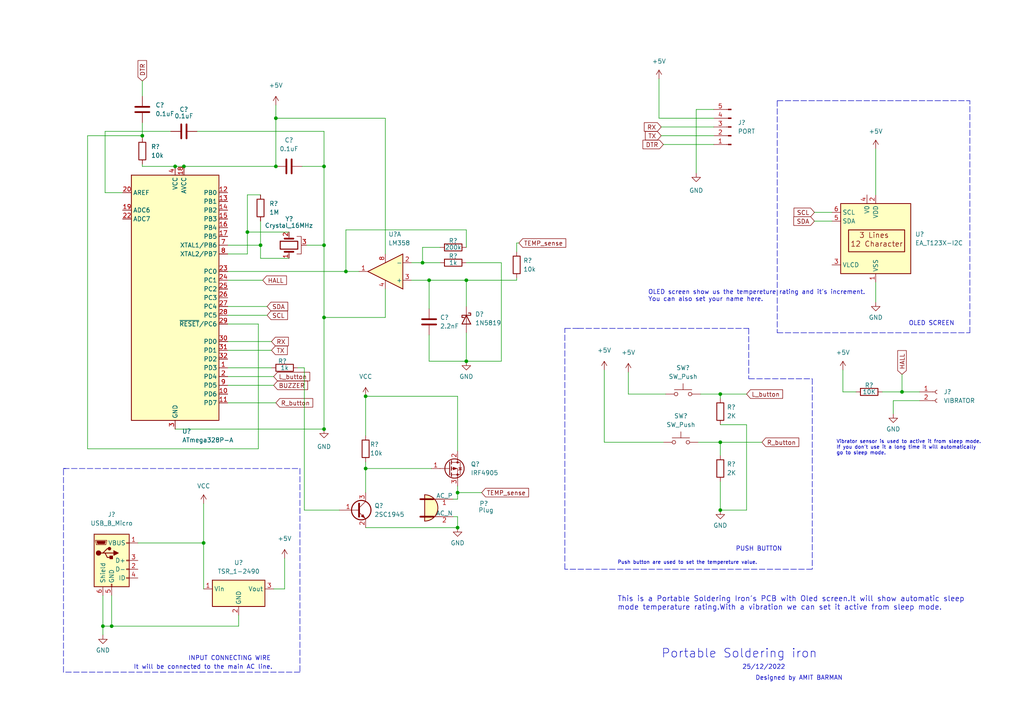
<source format=kicad_sch>
(kicad_sch (version 20211123) (generator eeschema)
  (paper "A4")
  (lib_symbols
    (symbol "Conn_01x05_Male_1" (pin_names (offset 1.016) hide)
      (property "Reference" "J?" (at 1.27 1.2701 0))
      (property "Value" "Conn_01x05_Male_1" (at 1.27 -1.2699 0))
      (symbol "Conn_01x05_Male_1_1_1"
        (polyline (pts (xy 1.27 -5.08) (xy 0.8636 -5.08)) (stroke (width 0.1524)))
        (polyline (pts (xy 1.27 -2.54) (xy 0.8636 -2.54)) (stroke (width 0.1524)))
        (polyline (pts (xy 1.27 0) (xy 0.8636 0)) (stroke (width 0.1524)))
        (polyline (pts (xy 1.27 2.54) (xy 0.8636 2.54)) (stroke (width 0.1524)))
        (polyline (pts (xy 1.27 5.08) (xy 0.8636 5.08)) (stroke (width 0.1524)))
        (rectangle (start 0.8636 -4.953) (end 0 -5.207) (stroke (width 0.1524)) (fill (type outline)))
        (rectangle (start 0.8636 -2.413) (end 0 -2.667) (stroke (width 0.1524)) (fill (type outline)))
        (rectangle (start 0.8636 0.127) (end 0 -0.127) (stroke (width 0.1524)) (fill (type outline)))
        (rectangle (start 0.8636 2.667) (end 0 2.413) (stroke (width 0.1524)) (fill (type outline)))
        (rectangle (start 0.8636 5.207) (end 0 4.953) (stroke (width 0.1524)) (fill (type outline)))
        (pin passive line (at 5.08 5.08 180) (length 3.81) (name "DTR") (number "1"))
        (pin passive line (at 5.08 2.54 180) (length 3.81) (name "TX") (number "2"))
        (pin passive line (at 5.08 0 180) (length 3.81) (name "RX") (number "3"))
        (pin passive line (at 5.08 -2.54 180) (length 3.81) (name "VCC_UART") (number "4"))
        (pin passive line (at 5.08 -5.08 180) (length 3.81) (name "GND_UART") (number "5"))
      )
    )
    (symbol "Connector:Conn_01x02_Female" (pin_names (offset 1.016) hide)
      (property "Reference" "J" (at 0 2.54 0))
      (property "Value" "Conn_01x02_Female" (at 0 -5.08 0))
      (symbol "Conn_01x02_Female_1_1"
        (arc (start 0 -2.032) (mid -0.508 -2.54) (end 0 -3.048) (stroke (width 0.1524)))
        (polyline (pts (xy -1.27 -2.54) (xy -0.508 -2.54)) (stroke (width 0.1524)))
        (polyline (pts (xy -1.27 0) (xy -0.508 0)) (stroke (width 0.1524)))
        (arc (start 0 0.508) (mid -0.508 0) (end 0 -0.508) (stroke (width 0.1524)))
        (pin passive line (at -5.08 0 0) (length 3.81) (name "Pin_1") (number "1"))
        (pin passive line (at -5.08 -2.54 0) (length 3.81) (name "Pin_2") (number "2"))
      )
    )
    (symbol "Connector:Conn_WallPlug" (pin_names (offset 0))
      (property "Reference" "P" (at -1.27 4.445 0))
      (property "Value" "Conn_WallPlug" (at -5.715 0 90))
      (symbol "Conn_WallPlug_0_1"
        (arc (start -3.175 -3.81) (mid 0.635 0) (end -3.175 3.81) (stroke (width 0.254)) (fill (type background)))
        (polyline (pts (xy -4.445 -2.54) (xy -0.635 -2.54)) (stroke (width 0.508)))
        (polyline (pts (xy -4.445 2.54) (xy -0.635 2.54)) (stroke (width 0.508)))
        (polyline (pts (xy -3.175 -3.81) (xy -3.175 3.81)) (stroke (width 0.254)))
        (polyline (pts (xy -0.635 -2.54) (xy 2.54 -2.54)))
        (polyline (pts (xy -0.635 2.54) (xy 2.54 2.54)))
      )
      (symbol "Conn_WallPlug_1_1"
        (pin power_out line (at 5.08 2.54 180) (length 5.08) (name "AC_P") (number "1"))
        (pin power_out line (at 5.08 -2.54 180) (length 5.08) (name "AC_N") (number "2"))
      )
    )
    (symbol "Connector:USB_B_Micro" (pin_names (offset 1.016))
      (property "Reference" "J" (at -5.08 11.43 0))
      (property "Value" "USB_B_Micro" (at -5.08 8.89 0))
      (symbol "USB_B_Micro_0_1"
        (rectangle (start -5.08 -7.62) (end 5.08 7.62) (stroke (width 0.254)) (fill (type background)))
        (circle (center -3.81 2.159) (radius 0.635) (stroke (width 0.254)) (fill (type outline)))
        (circle (center -0.635 3.429) (radius 0.381) (stroke (width 0.254)) (fill (type outline)))
        (rectangle (start -0.127 -7.62) (end 0.127 -6.858))
        (polyline (pts (xy -1.905 2.159) (xy 0.635 2.159)) (stroke (width 0.254)))
        (polyline (pts (xy -3.175 2.159) (xy -2.54 2.159) (xy -1.27 3.429) (xy -0.635 3.429)) (stroke (width 0.254)))
        (polyline (pts (xy -2.54 2.159) (xy -1.905 2.159) (xy -1.27 0.889) (xy 0 0.889)) (stroke (width 0.254)))
        (polyline (pts (xy 0.635 2.794) (xy 0.635 1.524) (xy 1.905 2.159) (xy 0.635 2.794)) (stroke (width 0.254)) (fill (type outline)))
        (polyline (pts (xy -4.318 5.588) (xy -1.778 5.588) (xy -2.032 4.826) (xy -4.064 4.826) (xy -4.318 5.588)) (fill (type outline)))
        (polyline (pts (xy -4.699 5.842) (xy -4.699 5.588) (xy -4.445 4.826) (xy -4.445 4.572) (xy -1.651 4.572) (xy -1.651 4.826) (xy -1.397 5.588) (xy -1.397 5.842) (xy -4.699 5.842)))
        (rectangle (start 0.254 1.27) (end -0.508 0.508) (stroke (width 0.254)) (fill (type outline)))
        (rectangle (start 5.08 -5.207) (end 4.318 -4.953))
        (rectangle (start 5.08 -2.667) (end 4.318 -2.413))
        (rectangle (start 5.08 -0.127) (end 4.318 0.127))
        (rectangle (start 5.08 4.953) (end 4.318 5.207))
      )
      (symbol "USB_B_Micro_1_1"
        (pin power_out line (at 7.62 5.08 180) (length 2.54) (name "VBUS") (number "1"))
        (pin bidirectional line (at 7.62 -2.54 180) (length 2.54) (name "D-") (number "2"))
        (pin bidirectional line (at 7.62 0 180) (length 2.54) (name "D+") (number "3"))
        (pin passive line (at 7.62 -5.08 180) (length 2.54) (name "ID") (number "4"))
        (pin power_out line (at 0 -10.16 90) (length 2.54) (name "GND") (number "5"))
        (pin passive line (at -2.54 -10.16 90) (length 2.54) (name "Shield") (number "6"))
      )
    )
    (symbol "Device:C" (pin_numbers hide) (pin_names (offset 0.254))
      (property "Reference" "C" (at 0.635 2.54 0))
      (property "Value" "C" (at 0.635 -2.54 0))
      (symbol "C_0_1"
        (polyline (pts (xy -2.032 -0.762) (xy 2.032 -0.762)) (stroke (width 0.508)))
        (polyline (pts (xy -2.032 0.762) (xy 2.032 0.762)) (stroke (width 0.508)))
      )
      (symbol "C_1_1"
        (pin passive line (at 0 3.81 270) (length 2.794) (name "~") (number "1"))
        (pin passive line (at 0 -3.81 90) (length 2.794) (name "~") (number "2"))
      )
    )
    (symbol "Device:Crystal_GND3" (pin_names (offset 1.016) hide)
      (property "Reference" "Y" (at 0 5.715 0))
      (property "Value" "Crystal_GND3" (at 0 3.81 0))
      (symbol "Crystal_GND3_0_1"
        (rectangle (start -1.143 2.54) (end 1.143 -2.54) (stroke (width 0.3048)))
        (polyline (pts (xy -2.54 0) (xy -1.905 0)))
        (polyline (pts (xy -1.905 -1.27) (xy -1.905 1.27)) (stroke (width 0.508)))
        (polyline (pts (xy 0 -3.81) (xy 0 -3.556)))
        (polyline (pts (xy 1.905 0) (xy 2.54 0)))
        (polyline (pts (xy 1.905 1.27) (xy 1.905 -1.27)) (stroke (width 0.508)))
        (polyline (pts (xy -2.54 -2.286) (xy -2.54 -3.556) (xy 2.54 -3.556) (xy 2.54 -2.286)))
      )
      (symbol "Crystal_GND3_1_1"
        (pin passive line (at -3.81 0 0) (length 1.27) (name "1") (number "1"))
        (pin passive line (at 3.81 0 180) (length 1.27) (name "2") (number "2"))
        (pin passive line (at 0 -5.08 90) (length 1.27) (name "3") (number "3"))
      )
    )
    (symbol "Device:R" (pin_numbers hide) (pin_names (offset 0))
      (property "Reference" "R" (at 2.032 0 90))
      (property "Value" "R" (at 0 0 90))
      (symbol "R_0_1"
        (rectangle (start -1.016 -2.54) (end 1.016 2.54) (stroke (width 0.254)))
      )
      (symbol "R_1_1"
        (pin passive line (at 0 3.81 270) (length 1.27) (name "~") (number "1"))
        (pin passive line (at 0 -3.81 90) (length 1.27) (name "~") (number "2"))
      )
    )
    (symbol "Diode:1N5819" (pin_numbers hide) (pin_names (offset 1.016) hide)
      (property "Reference" "D" (at 0 2.54 0))
      (property "Value" "1N5819" (at 0 -2.54 0))
      (symbol "1N5819_0_1"
        (polyline (pts (xy 1.27 0) (xy -1.27 0)))
        (polyline (pts (xy 1.27 1.27) (xy 1.27 -1.27) (xy -1.27 0) (xy 1.27 1.27)) (stroke (width 0.254)))
        (polyline (pts (xy -1.905 0.635) (xy -1.905 1.27) (xy -1.27 1.27) (xy -1.27 -1.27) (xy -0.635 -1.27) (xy -0.635 -0.635)) (stroke (width 0.254)))
      )
      (symbol "1N5819_1_1"
        (pin passive line (at -3.81 0 0) (length 2.54) (name "K") (number "1"))
        (pin passive line (at 3.81 0 180) (length 2.54) (name "A") (number "2"))
      )
    )
    (symbol "Display_Character:EA_T123X-I2C"
      (property "Reference" "U" (at -8.89 11.43 0))
      (property "Value" "EA_T123X-I2C" (at 3.556 11.684 0))
      (symbol "EA_T123X-I2C_0_0"
        (rectangle (start -7.874 2.54) (end 8.382 -3.81) (stroke (width 0.254)))
        (text "12 Character" (at -7.366 -1.524 0) (effects (font (size 1.524 1.524)) (justify left)))
        (text "3 Lines" (at -4.826 1.016 0) (effects (font (size 1.524 1.524)) (justify left)))
      )
      (symbol "EA_T123X-I2C_0_1"
        (rectangle (start -10.16 10.16) (end 10.16 -10.16) (stroke (width 0.254)) (fill (type background)))
      )
      (symbol "EA_T123X-I2C_1_1"
        (pin power_in line (at 0 -12.7 90) (length 2.54) (name "VSS") (number "1"))
        (pin power_in line (at 0 12.7 270) (length 2.54) (name "VDD") (number "2"))
        (pin input line (at -12.7 -7.62 0) (length 2.54) (name "VLCD") (number "3"))
        (pin power_in line (at -2.54 12.7 270) (length 2.54) (name "V0") (number "4"))
        (pin bidirectional line (at -12.7 5.08 0) (length 2.54) (name "SDA") (number "5"))
        (pin input line (at -12.7 7.62 0) (length 2.54) (name "SCL") (number "6"))
      )
    )
    (symbol "LM358_1" (pin_names (offset 0.127))
      (property "Reference" "U?" (at -5.08 7.62 0))
      (property "Value" "LM358_1" (at -5.08 6.35 0))
      (symbol "LM358_1_1_1"
        (polyline (pts (xy -5.08 5.08) (xy 5.08 0) (xy -5.08 -5.08) (xy -5.08 5.08)) (stroke (width 0.254)) (fill (type background)))
        (pin output line (at 7.62 0 180) (length 2.54) (name "~") (number "1"))
        (pin input line (at -7.62 -2.54 0) (length 2.54) (name "-") (number "2"))
        (pin input line (at -7.62 2.54 0) (length 2.54) (name "+") (number "3"))
        (pin power_in line (at 0 5.08 270) (length 2.54) (name "") (number "4"))
        (pin power_in line (at 0 -5.08 90) (length 2.54) (name "") (number "8"))
      )
      (symbol "LM358_1_2_1"
        (polyline (pts (xy -5.08 5.08) (xy 5.08 0) (xy -5.08 -5.08) (xy -5.08 5.08)) (stroke (width 0.254)) (fill (type background)))
        (pin input line (at -7.62 2.54 0) (length 2.54) (name "+") (number "5"))
        (pin input line (at -7.62 -2.54 0) (length 2.54) (name "-") (number "6"))
        (pin output line (at 7.62 0 180) (length 2.54) (name "~") (number "7"))
      )
      (symbol "LM358_1_3_1"
        (pin power_in line (at -2.54 -7.62 90) (length 3.81) (name "V-") (number "4"))
        (pin power_in line (at -2.54 7.62 270) (length 3.81) (name "V+") (number "8"))
      )
    )
    (symbol "MCU_Microchip_ATmega:ATmega328P-A"
      (property "Reference" "U" (at -12.7 36.83 0))
      (property "Value" "ATmega328P-A" (at 2.54 -36.83 0))
      (symbol "ATmega328P-A_0_1"
        (rectangle (start -12.7 -35.56) (end 12.7 35.56) (stroke (width 0.254)) (fill (type background)))
      )
      (symbol "ATmega328P-A_1_1"
        (pin bidirectional line (at 15.24 -20.32 180) (length 2.54) (name "PD3") (number "1"))
        (pin bidirectional line (at 15.24 -27.94 180) (length 2.54) (name "PD6") (number "10"))
        (pin bidirectional line (at 15.24 -30.48 180) (length 2.54) (name "PD7") (number "11"))
        (pin bidirectional line (at 15.24 30.48 180) (length 2.54) (name "PB0") (number "12"))
        (pin bidirectional line (at 15.24 27.94 180) (length 2.54) (name "PB1") (number "13"))
        (pin bidirectional line (at 15.24 25.4 180) (length 2.54) (name "PB2") (number "14"))
        (pin bidirectional line (at 15.24 22.86 180) (length 2.54) (name "PB3") (number "15"))
        (pin bidirectional line (at 15.24 20.32 180) (length 2.54) (name "PB4") (number "16"))
        (pin bidirectional line (at 15.24 17.78 180) (length 2.54) (name "PB5") (number "17"))
        (pin power_in line (at 2.54 38.1 270) (length 2.54) (name "AVCC") (number "18"))
        (pin input line (at -15.24 25.4 0) (length 2.54) (name "ADC6") (number "19"))
        (pin bidirectional line (at 15.24 -22.86 180) (length 2.54) (name "PD4") (number "2"))
        (pin passive line (at -15.24 30.48 0) (length 2.54) (name "AREF") (number "20"))
        (pin passive line (at 0 -38.1 90) (length 2.54) hide (name "GND") (number "21"))
        (pin input line (at -15.24 22.86 0) (length 2.54) (name "ADC7") (number "22"))
        (pin bidirectional line (at 15.24 7.62 180) (length 2.54) (name "PC0") (number "23"))
        (pin bidirectional line (at 15.24 5.08 180) (length 2.54) (name "PC1") (number "24"))
        (pin bidirectional line (at 15.24 2.54 180) (length 2.54) (name "PC2") (number "25"))
        (pin bidirectional line (at 15.24 0 180) (length 2.54) (name "PC3") (number "26"))
        (pin bidirectional line (at 15.24 -2.54 180) (length 2.54) (name "PC4") (number "27"))
        (pin bidirectional line (at 15.24 -5.08 180) (length 2.54) (name "PC5") (number "28"))
        (pin bidirectional line (at 15.24 -7.62 180) (length 2.54) (name "~{RESET}/PC6") (number "29"))
        (pin power_in line (at 0 -38.1 90) (length 2.54) (name "GND") (number "3"))
        (pin bidirectional line (at 15.24 -12.7 180) (length 2.54) (name "PD0") (number "30"))
        (pin bidirectional line (at 15.24 -15.24 180) (length 2.54) (name "PD1") (number "31"))
        (pin bidirectional line (at 15.24 -17.78 180) (length 2.54) (name "PD2") (number "32"))
        (pin power_in line (at 0 38.1 270) (length 2.54) (name "VCC") (number "4"))
        (pin passive line (at 0 -38.1 90) (length 2.54) hide (name "GND") (number "5"))
        (pin passive line (at 0 38.1 270) (length 2.54) hide (name "VCC") (number "6"))
        (pin bidirectional line (at 15.24 15.24 180) (length 2.54) (name "XTAL1/PB6") (number "7"))
        (pin bidirectional line (at 15.24 12.7 180) (length 2.54) (name "XTAL2/PB7") (number "8"))
        (pin bidirectional line (at 15.24 -25.4 180) (length 2.54) (name "PD5") (number "9"))
      )
    )
    (symbol "Regulator_Switching:TSR_1-2490"
      (property "Reference" "U" (at -7.62 6.35 0))
      (property "Value" "TSR_1-2490" (at -1.27 6.35 0))
      (symbol "TSR_1-2490_0_1"
        (rectangle (start -7.62 5.08) (end 7.62 -2.54) (stroke (width 0.254)) (fill (type background)))
      )
      (symbol "TSR_1-2490_1_1"
        (pin power_in line (at -10.16 2.54 0) (length 2.54) (name "Vin") (number "1"))
        (pin power_in line (at 0 -5.08 90) (length 2.54) (name "GND") (number "2"))
        (pin power_out line (at 10.16 2.54 180) (length 2.54) (name "Vout") (number "3"))
      )
    )
    (symbol "Switch:SW_Push" (pin_numbers hide) (pin_names (offset 1.016) hide)
      (property "Reference" "SW" (at 1.27 2.54 0))
      (property "Value" "SW_Push" (at 0 -1.524 0))
      (symbol "SW_Push_0_1"
        (circle (center -2.032 0) (radius 0.508))
        (polyline (pts (xy 0 1.27) (xy 0 3.048)))
        (polyline (pts (xy 2.54 1.27) (xy -2.54 1.27)))
        (circle (center 2.032 0) (radius 0.508))
        (pin passive line (at -5.08 0 0) (length 2.54) (name "1") (number "1"))
        (pin passive line (at 5.08 0 180) (length 2.54) (name "2") (number "2"))
      )
    )
    (symbol "Transistor_BJT:2SC1945" (pin_names (offset 0) hide)
      (property "Reference" "Q" (at 5.08 1.905 0))
      (property "Value" "2SC1945" (at 5.08 0 0))
      (symbol "2SC1945_0_1"
        (polyline (pts (xy 0 0) (xy 0.635 0)))
        (polyline (pts (xy 2.54 2.54) (xy 0.635 0.635)))
        (polyline (pts (xy 0.635 1.905) (xy 0.635 -1.905) (xy 0.635 -1.905)) (stroke (width 0.508)))
        (polyline (pts (xy 2.286 -2.286) (xy 1.778 -1.778) (xy 1.778 -1.778)))
        (polyline (pts (xy 2.54 -2.54) (xy 0.635 -0.635) (xy 1.27 -1.27)) (fill (type outline)))
        (polyline (pts (xy 1.27 -1.778) (xy 1.778 -1.27) (xy 2.286 -2.286) (xy 1.27 -1.778) (xy 1.27 -1.778)) (fill (type outline)))
        (circle (center 1.27 0) (radius 2.8194) (stroke (width 0.3048)))
      )
      (symbol "2SC1945_1_1"
        (pin input line (at -5.08 0 0) (length 5.08) (name "B") (number "1"))
        (pin passive line (at 2.54 -5.08 90) (length 2.54) (name "E") (number "2"))
        (pin passive line (at 2.54 5.08 270) (length 2.54) (name "C") (number "3"))
      )
    )
    (symbol "Transistor_FET:IRF4905" (pin_names hide)
      (property "Reference" "Q" (at 5.08 1.905 0))
      (property "Value" "IRF4905" (at 5.08 0 0))
      (symbol "IRF4905_0_1"
        (polyline (pts (xy 0.254 0) (xy -2.54 0)))
        (polyline (pts (xy 0.254 1.905) (xy 0.254 -1.905)) (stroke (width 0.254)))
        (polyline (pts (xy 0.762 -1.27) (xy 0.762 -2.286)) (stroke (width 0.254)))
        (polyline (pts (xy 0.762 0.508) (xy 0.762 -0.508)) (stroke (width 0.254)))
        (polyline (pts (xy 0.762 2.286) (xy 0.762 1.27)) (stroke (width 0.254)))
        (polyline (pts (xy 2.54 2.54) (xy 2.54 1.778)))
        (polyline (pts (xy 2.54 -2.54) (xy 2.54 0) (xy 0.762 0)))
        (polyline (pts (xy 0.762 1.778) (xy 3.302 1.778) (xy 3.302 -1.778) (xy 0.762 -1.778)))
        (polyline (pts (xy 2.286 0) (xy 1.27 0.381) (xy 1.27 -0.381) (xy 2.286 0)) (fill (type outline)))
        (polyline (pts (xy 2.794 -0.508) (xy 2.921 -0.381) (xy 3.683 -0.381) (xy 3.81 -0.254)))
        (polyline (pts (xy 3.302 -0.381) (xy 2.921 0.254) (xy 3.683 0.254) (xy 3.302 -0.381)))
        (circle (center 1.651 0) (radius 2.794) (stroke (width 0.254)))
        (circle (center 2.54 -1.778) (radius 0.254) (fill (type outline)))
        (circle (center 2.54 1.778) (radius 0.254) (fill (type outline)))
      )
      (symbol "IRF4905_1_1"
        (pin input line (at -5.08 0 0) (length 2.54) (name "G") (number "1"))
        (pin passive line (at 2.54 5.08 270) (length 2.54) (name "D") (number "2"))
        (pin passive line (at 2.54 -5.08 90) (length 2.54) (name "S") (number "3"))
      )
    )
    (symbol "power:+5V" (power) (pin_names (offset 0))
      (property "Value" "+5V" (at 0 3.556 0))
      (symbol "+5V_0_1"
        (polyline (pts (xy -0.762 1.27) (xy 0 2.54)))
        (polyline (pts (xy 0 0) (xy 0 2.54)))
        (polyline (pts (xy 0 2.54) (xy 0.762 1.27)))
      )
      (symbol "+5V_1_1"
        (pin power_in line (at 0 0 90) (length 0) hide (name "+5V") (number "1"))
      )
    )
    (symbol "power:GND" (power) (pin_names (offset 0))
      (property "Value" "GND" (at 0 -3.81 0))
      (symbol "GND_0_1"
        (polyline (pts (xy 0 0) (xy 0 -1.27) (xy 1.27 -1.27) (xy 0 -2.54) (xy -1.27 -1.27) (xy 0 -1.27)))
      )
      (symbol "GND_1_1"
        (pin power_in line (at 0 0 270) (length 0) hide (name "GND") (number "1"))
      )
    )
    (symbol "power:VCC" (power) (pin_names (offset 0))
      (property "Value" "VCC" (at 0 3.81 0))
      (symbol "VCC_0_1"
        (polyline (pts (xy -0.762 1.27) (xy 0 2.54)))
        (polyline (pts (xy 0 0) (xy 0 2.54)))
        (polyline (pts (xy 0 2.54) (xy 0.762 1.27)))
      )
      (symbol "VCC_1_1"
        (pin power_in line (at 0 0 90) (length 0) hide (name "VCC") (number "1"))
      )
    )
  )
  (junction (at 75.565 71.12))
  (junction (at 71.755 67.31))
  (junction (at 106.045 114.935))
  (junction (at 93.98 92.075))
  (junction (at 50.8 48.26))
  (junction (at 135.255 81.28))
  (junction (at 93.98 48.26))
  (junction (at 80.01 34.29))
  (junction (at 41.275 39.37))
  (junction (at 59.055 157.48))
  (junction (at 135.255 104.775))
  (junction (at 208.915 114.3))
  (junction (at 106.045 135.89))
  (junction (at 80.01 48.26))
  (junction (at 29.845 181.61))
  (junction (at 122.555 76.2))
  (junction (at 53.34 48.26))
  (junction (at 32.385 181.61))
  (junction (at 132.715 142.875))
  (junction (at 100.33 78.74))
  (junction (at 132.715 153.035))
  (junction (at 208.915 128.27))
  (junction (at 93.98 124.46))
  (junction (at 261.62 113.665))
  (junction (at 124.46 81.28))
  (junction (at 93.98 71.12))
  (junction (at 208.915 147.955))
  (wire (pts (xy 131.445 144.78) (xy 132.715 144.78)))
  (wire (pts (xy 93.98 38.1) (xy 93.98 48.26)))
  (wire (pts (xy 66.04 81.28) (xy 76.2 81.28)))
  (wire (pts (xy 175.26 128.27) (xy 175.26 107.315)))
  (wire (pts (xy 124.46 89.535) (xy 124.46 81.28)))
  (wire (pts (xy 80.01 34.29) (xy 80.01 48.26)))
  (wire (pts (xy 149.86 80.645) (xy 149.86 81.28)))
  (wire (pts (xy 66.04 111.76) (xy 79.375 111.76)))
  (wire (pts (xy 111.76 34.29) (xy 80.01 34.29)))
  (polyline (pts (xy 281.305 96.52) (xy 281.305 29.21)))
  (wire (pts (xy 41.275 39.37) (xy 41.275 40.005)))
  (wire (pts (xy 236.22 64.135) (xy 241.3 64.135)))
  (wire (pts (xy 59.055 170.815) (xy 59.055 157.48)))
  (wire (pts (xy 93.98 48.26) (xy 93.98 71.12)))
  (wire (pts (xy 193.04 114.3) (xy 182.245 114.3)))
  (wire (pts (xy 80.01 30.48) (xy 80.01 34.29)))
  (wire (pts (xy 69.215 181.61) (xy 32.385 181.61)))
  (wire (pts (xy 201.93 31.75) (xy 201.93 50.165)))
  (wire (pts (xy 135.255 81.28) (xy 135.255 88.9)))
  (wire (pts (xy 66.04 109.22) (xy 79.375 109.22)))
  (wire (pts (xy 135.255 71.755) (xy 135.255 66.675)))
  (wire (pts (xy 131.445 149.86) (xy 132.715 149.86)))
  (polyline (pts (xy 18.415 135.89) (xy 19.05 135.89)))
  (wire (pts (xy 208.915 128.27) (xy 208.915 132.08)))
  (wire (pts (xy 66.04 88.9) (xy 77.47 88.9)))
  (wire (pts (xy 100.33 78.74) (xy 104.14 78.74)))
  (wire (pts (xy 66.04 99.06) (xy 78.74 99.06)))
  (wire (pts (xy 132.715 144.78) (xy 132.715 142.875)))
  (wire (pts (xy 41.275 35.56) (xy 41.275 39.37)))
  (polyline (pts (xy 225.425 29.21) (xy 225.425 96.52)))
  (wire (pts (xy 32.385 172.72) (xy 32.385 181.61)))
  (wire (pts (xy 75.565 71.12) (xy 75.565 74.93)))
  (wire (pts (xy 266.7 116.205) (xy 259.08 116.205)))
  (wire (pts (xy 66.04 101.6) (xy 78.74 101.6)))
  (wire (pts (xy 132.715 114.935) (xy 106.045 114.935)))
  (polyline (pts (xy 225.425 96.52) (xy 281.305 96.52)))
  (wire (pts (xy 66.04 93.98) (xy 74.93 93.98)))
  (wire (pts (xy 261.62 113.665) (xy 266.7 113.665)))
  (wire (pts (xy 29.845 181.61) (xy 29.845 184.15)))
  (wire (pts (xy 30.48 55.88) (xy 35.56 55.88)))
  (wire (pts (xy 202.565 128.27) (xy 208.915 128.27)))
  (wire (pts (xy 41.275 48.26) (xy 41.275 47.625)))
  (wire (pts (xy 66.04 71.12) (xy 75.565 71.12)))
  (polyline (pts (xy 225.425 29.21) (xy 281.305 29.21)))
  (wire (pts (xy 59.055 146.05) (xy 59.055 157.48)))
  (wire (pts (xy 88.265 147.955) (xy 98.425 147.955)))
  (wire (pts (xy 111.76 83.82) (xy 111.76 92.075)))
  (wire (pts (xy 106.045 135.89) (xy 106.045 142.875)))
  (wire (pts (xy 75.565 56.515) (xy 71.755 56.515)))
  (wire (pts (xy 25.4 39.37) (xy 41.275 39.37)))
  (wire (pts (xy 122.555 71.755) (xy 122.555 76.2)))
  (wire (pts (xy 75.565 74.93) (xy 83.82 74.93)))
  (polyline (pts (xy 167.64 95.25) (xy 217.17 95.25)))
  (wire (pts (xy 208.915 139.7) (xy 208.915 147.955)))
  (wire (pts (xy 87.63 48.26) (xy 93.98 48.26)))
  (wire (pts (xy 207.01 31.75) (xy 201.93 31.75)))
  (wire (pts (xy 29.845 172.72) (xy 29.845 181.61)))
  (polyline (pts (xy 235.585 165.1) (xy 163.83 165.1)))
  (wire (pts (xy 50.8 124.46) (xy 93.98 124.46)))
  (wire (pts (xy 259.08 116.205) (xy 259.08 120.015)))
  (wire (pts (xy 30.48 38.1) (xy 30.48 55.88)))
  (wire (pts (xy 93.98 92.075) (xy 93.98 71.12)))
  (wire (pts (xy 216.535 123.19) (xy 216.535 147.955)))
  (wire (pts (xy 244.475 107.315) (xy 244.475 113.665)))
  (wire (pts (xy 71.755 56.515) (xy 71.755 67.31)))
  (polyline (pts (xy 235.585 109.855) (xy 235.585 165.1)))
  (wire (pts (xy 244.475 113.665) (xy 248.285 113.665)))
  (wire (pts (xy 191.135 34.29) (xy 191.135 22.86)))
  (wire (pts (xy 93.98 71.12) (xy 88.9 71.12)))
  (wire (pts (xy 135.255 104.775) (xy 135.255 96.52)))
  (wire (pts (xy 93.98 124.46) (xy 93.98 92.075)))
  (wire (pts (xy 261.62 108.585) (xy 261.62 113.665)))
  (wire (pts (xy 88.265 106.68) (xy 88.265 147.955)))
  (wire (pts (xy 49.53 38.1) (xy 30.48 38.1)))
  (wire (pts (xy 149.86 70.485) (xy 150.495 70.485)))
  (wire (pts (xy 41.275 23.495) (xy 41.275 27.94)))
  (wire (pts (xy 50.8 48.26) (xy 53.34 48.26)))
  (wire (pts (xy 74.93 130.175) (xy 25.4 130.175)))
  (wire (pts (xy 69.215 178.435) (xy 69.215 181.61)))
  (polyline (pts (xy 86.995 194.945) (xy 18.415 194.945)))
  (wire (pts (xy 71.755 73.66) (xy 71.755 67.31)))
  (wire (pts (xy 236.22 61.595) (xy 241.3 61.595)))
  (wire (pts (xy 100.33 66.675) (xy 100.33 78.74)))
  (wire (pts (xy 149.86 73.025) (xy 149.86 70.485)))
  (wire (pts (xy 132.715 142.875) (xy 132.715 140.97)))
  (wire (pts (xy 57.15 38.1) (xy 93.98 38.1)))
  (wire (pts (xy 32.385 181.61) (xy 29.845 181.61)))
  (wire (pts (xy 41.275 48.26) (xy 50.8 48.26)))
  (wire (pts (xy 80.01 48.26) (xy 53.34 48.26)))
  (wire (pts (xy 122.555 76.2) (xy 127.635 76.2)))
  (wire (pts (xy 145.415 104.775) (xy 135.255 104.775)))
  (wire (pts (xy 124.46 81.28) (xy 135.255 81.28)))
  (wire (pts (xy 149.86 81.28) (xy 135.255 81.28)))
  (wire (pts (xy 208.915 123.19) (xy 216.535 123.19)))
  (wire (pts (xy 59.055 157.48) (xy 40.005 157.48)))
  (wire (pts (xy 82.55 170.815) (xy 79.375 170.815)))
  (wire (pts (xy 66.04 91.44) (xy 77.47 91.44)))
  (wire (pts (xy 106.045 133.985) (xy 106.045 135.89)))
  (wire (pts (xy 124.46 97.155) (xy 124.46 104.775)))
  (wire (pts (xy 66.04 106.68) (xy 78.74 106.68)))
  (wire (pts (xy 216.535 147.955) (xy 208.915 147.955)))
  (wire (pts (xy 119.38 81.28) (xy 124.46 81.28)))
  (wire (pts (xy 25.4 130.175) (xy 25.4 39.37)))
  (polyline (pts (xy 18.415 194.945) (xy 18.415 135.89)))
  (polyline (pts (xy 86.995 135.89) (xy 86.995 194.945)))
  (wire (pts (xy 255.905 113.665) (xy 261.62 113.665)))
  (wire (pts (xy 66.04 78.74) (xy 100.33 78.74)))
  (wire (pts (xy 191.77 36.83) (xy 207.01 36.83)))
  (polyline (pts (xy 217.17 95.25) (xy 217.17 109.855)))
  (wire (pts (xy 132.715 130.81) (xy 132.715 114.935)))
  (wire (pts (xy 82.55 161.925) (xy 82.55 170.815)))
  (wire (pts (xy 254 43.18) (xy 254 56.515)))
  (wire (pts (xy 254 81.915) (xy 254 87.63)))
  (wire (pts (xy 66.04 116.84) (xy 80.01 116.84)))
  (wire (pts (xy 124.46 104.775) (xy 135.255 104.775)))
  (wire (pts (xy 145.415 76.2) (xy 145.415 104.775)))
  (polyline (pts (xy 18.415 135.89) (xy 86.995 135.89)))
  (wire (pts (xy 132.715 153.035) (xy 106.045 153.035)))
  (wire (pts (xy 182.245 114.3) (xy 182.245 107.95)))
  (wire (pts (xy 207.01 34.29) (xy 191.135 34.29)))
  (wire (pts (xy 66.04 73.66) (xy 71.755 73.66)))
  (polyline (pts (xy 217.17 109.855) (xy 235.585 109.855)))
  (wire (pts (xy 111.76 73.66) (xy 111.76 34.29)))
  (wire (pts (xy 132.715 149.86) (xy 132.715 153.035)))
  (wire (pts (xy 208.915 114.3) (xy 208.915 115.57)))
  (wire (pts (xy 125.095 135.89) (xy 106.045 135.89)))
  (wire (pts (xy 132.715 142.875) (xy 139.7 142.875)))
  (wire (pts (xy 71.755 67.31) (xy 83.82 67.31)))
  (wire (pts (xy 106.045 114.935) (xy 106.045 126.365)))
  (wire (pts (xy 135.255 66.675) (xy 100.33 66.675)))
  (polyline (pts (xy 163.83 95.25) (xy 167.64 95.25)))
  (wire (pts (xy 74.93 93.98) (xy 74.93 130.175)))
  (wire (pts (xy 192.405 41.91) (xy 207.01 41.91)))
  (wire (pts (xy 127.635 71.755) (xy 122.555 71.755)))
  (wire (pts (xy 208.915 114.3) (xy 216.535 114.3)))
  (wire (pts (xy 203.2 114.3) (xy 208.915 114.3)))
  (wire (pts (xy 75.565 64.135) (xy 75.565 71.12)))
  (wire (pts (xy 119.38 76.2) (xy 122.555 76.2)))
  (wire (pts (xy 135.255 76.2) (xy 145.415 76.2)))
  (wire (pts (xy 208.915 128.27) (xy 220.98 128.27)))
  (polyline (pts (xy 163.83 165.1) (xy 163.83 95.25)))
  (wire (pts (xy 191.77 39.37) (xy 207.01 39.37)))
  (wire (pts (xy 111.76 92.075) (xy 93.98 92.075)))
  (wire (pts (xy 192.405 128.27) (xy 175.26 128.27)))
  (wire (pts (xy 86.36 106.68) (xy 88.265 106.68)))
  (text "PUSH BUTTON" (at 213.36 160.02 0) (effects (font (size 1.27 1.27)) (justify left bottom)))
  (text "It will be connected to the main AC line." (at 38.735 194.31 0) (effects (font (size 1.27 1.27)) (justify left bottom)))
  (text "Portable Soldering iron" (at 191.77 191.135 0) (effects (font (size 2.54 2.54)) (justify left bottom)))
  (text "OLED screen show us the tempereture rating and it's increment.\nYou can also set your name here." (at 187.96 87.63 0) (effects (font (size 1.27 1.27)) (justify left bottom)))
  (text "Push button are used to set the tempereture value." (at 179.07 163.83 0) (effects (font (size 1.016 1.016)) (justify left bottom)))
  (text "This is a Portable Soldering Iron's PCB with Oled screen.It will show automatic sleep\nmode temperature rating.With a vibration we can set it active from sleep mode." (at 179.07 177.165 0) (effects (font (size 1.524 1.524)) (justify left bottom)))
  (text "OLED SCREEN" (at 263.525 94.615 0) (effects (font (size 1.27 1.27)) (justify left bottom)))
  (text "25/12/2022" (at 215.265 194.31 0) (effects (font (size 1.27 1.27)) (justify left bottom)))
  (text "INPUT CONNECTING WIRE" (at 54.61 191.77 0) (effects (font (size 1.27 1.27)) (justify left bottom)))
  (text "Designed by AMIT BARMAN" (at 219.075 197.485 0) (effects (font (size 1.27 1.27)) (justify left bottom)))
  (text "Vibrator sensor is used to active it from sleep mode.\nIf you don't use it a long time it will automatically\ngo to sleep mode." (at 242.57 132.08 0) (effects (font (size 1.016 1.016)) (justify left bottom)))
  (global_label "BUZZER" (shape input) (at 79.375 111.76 0) (property "Intersheet References" "${INTERSHEET_REFS}" (effects hide)))
  (global_label "TX" (shape input) (at 191.77 39.37 180) (property "Intersheet References" "${INTERSHEET_REFS}" (effects hide)))
  (global_label "L_button" (shape input) (at 216.535 114.3 0) (property "Intersheet References" "${INTERSHEET_REFS}" (effects hide)))
  (global_label "TEMP_sense" (shape input) (at 139.7 142.875 0) (property "Intersheet References" "${INTERSHEET_REFS}" (effects hide)))
  (global_label "DTR" (shape input) (at 192.405 41.91 180) (property "Intersheet References" "${INTERSHEET_REFS}" (effects hide)))
  (global_label "HALL" (shape input) (at 76.2 81.28 0) (property "Intersheet References" "${INTERSHEET_REFS}" (effects hide)))
  (global_label "RX" (shape input) (at 78.74 99.06 0) (property "Intersheet References" "${INTERSHEET_REFS}" (effects hide)))
  (global_label "SDA" (shape input) (at 236.22 64.135 180) (property "Intersheet References" "${INTERSHEET_REFS}" (effects hide)))
  (global_label "R_button" (shape input) (at 80.01 116.84 0) (property "Intersheet References" "${INTERSHEET_REFS}" (effects hide)))
  (global_label "L_button" (shape input) (at 79.375 109.22 0) (property "Intersheet References" "${INTERSHEET_REFS}" (effects hide)))
  (global_label "R_button" (shape input) (at 220.98 128.27 0) (property "Intersheet References" "${INTERSHEET_REFS}" (effects hide)))
  (global_label "SCL" (shape input) (at 77.47 91.44 0) (property "Intersheet References" "${INTERSHEET_REFS}" (effects hide)))
  (global_label "RX" (shape input) (at 191.77 36.83 180) (property "Intersheet References" "${INTERSHEET_REFS}" (effects hide)))
  (global_label "DTR" (shape input) (at 41.275 23.495 90) (property "Intersheet References" "${INTERSHEET_REFS}" (effects hide)))
  (global_label "HALL" (shape input) (at 261.62 108.585 90) (property "Intersheet References" "${INTERSHEET_REFS}" (effects hide)))
  (global_label "TX" (shape input) (at 78.74 101.6 0) (property "Intersheet References" "${INTERSHEET_REFS}" (effects hide)))
  (global_label "TEMP_sense" (shape input) (at 150.495 70.485 0) (property "Intersheet References" "${INTERSHEET_REFS}" (effects hide)))
  (global_label "SCL" (shape input) (at 236.22 61.595 180) (property "Intersheet References" "${INTERSHEET_REFS}" (effects hide)))
  (global_label "SDA" (shape input) (at 77.47 88.9 0) (property "Intersheet References" "${INTERSHEET_REFS}" (effects hide)))
  (symbol (lib_id "Device:R") (at 82.55 106.68 270) (unit 1)
    (property "Reference" "R?" (at 81.915 104.775 90))
    (property "Value" "1k" (at 82.55 106.68 90))
    (property "Footprint" "Resistor_SMD:R_0402_1005Metric_Pad0.72x0.64mm_HandSolder" (effects hide))
  )
  (symbol (lib_id "Diode:1N5819") (at 135.255 92.71 270) (unit 1)
    (property "Reference" "D?" (at 137.795 91.1224 90) (effects (justify left)))
    (property "Value" "1N5819" (at 137.795 93.6624 90) (effects (justify left)))
    (property "Footprint" "Diode_THT:D_DO-41_SOD81_P10.16mm_Horizontal" (effects hide))
    (property "Datasheet" "http://www.vishay.com/docs/88525/1n5817.pdf" (effects hide))
  )
  (symbol (lib_id "Device:R") (at 106.045 130.175 0) (unit 1)
    (property "Reference" "R?" (at 107.315 128.905 0) (effects (justify left)))
    (property "Value" "10k" (at 107.315 131.445 0) (effects (justify left)))
    (property "Footprint" "Resistor_SMD:R_0402_1005Metric_Pad0.72x0.64mm_HandSolder" (effects hide))
  )
  (symbol (lib_id "Connector:Conn_01x02_Female") (at 271.78 113.665 0) (unit 1)
    (property "Reference" "J?" (at 273.685 113.6649 0) (effects (justify left)))
    (property "Value" "VIBRATOR" (at 273.685 116.2049 0) (effects (justify left)))
  )
  (symbol (lib_name "LM358_1") (lib_id "Amplifier_Operational:LM358") (at 111.76 78.74 180) (unit 1)
    (property "Reference" "U?" (at 112.6489 67.945 0) (effects (justify right)))
    (property "Value" "LM358" (at 112.6489 70.485 0) (effects (justify right)))
    (property "Footprint" "Package_DIP:DIP-8_W7.62mm_Socket_LongPads" (effects hide))
    (property "Datasheet" "http://www.ti.com/lit/ds/symlink/lm2904-n.pdf" (effects hide))
  )
  (symbol (lib_id "power:GND") (at 201.93 50.165 0) (unit 1)
    (property "Reference" "#PWR?" (effects hide))
    (property "Value" "GND" (at 201.93 55.245 0))
  )
  (symbol (lib_id "Device:R") (at 149.86 76.835 0) (unit 1)
    (property "Reference" "R?" (at 151.765 75.5649 0) (effects (justify left)))
    (property "Value" "10k" (at 151.765 78.1049 0) (effects (justify left)))
    (property "Footprint" "Resistor_SMD:R_0402_1005Metric_Pad0.72x0.64mm_HandSolder" (effects hide))
  )
  (symbol (lib_id "power:+5V") (at 244.475 107.315 0) (unit 1)
    (property "Reference" "#PWR?" (effects hide))
    (property "Value" "+5V" (at 244.475 102.235 0))
  )
  (symbol (lib_id "power:VCC") (at 106.045 114.935 0) (unit 1)
    (property "Reference" "#PWR?" (effects hide))
    (property "Value" "VCC" (at 106.045 109.22 0))
  )
  (symbol (lib_id "Switch:SW_Push") (at 198.12 114.3 0) (unit 1)
    (property "Reference" "SW?" (at 198.12 106.68 0))
    (property "Value" "SW_Push" (at 198.12 109.22 0))
  )
  (symbol (lib_name "Conn_01x05_Male_1") (lib_id "Connector:Conn_01x05_Male") (at 212.09 36.83 180) (unit 1)
    (property "Reference" "J?" (at 213.995 35.5599 0) (effects (justify right)))
    (property "Value" "PORT" (at 213.995 38.0999 0) (effects (justify right)))
    (property "Footprint" "Connector_Hirose:Hirose_DF13-05P-1.25DS_1x05_P1.25mm_Horizontal" (effects hide))
  )
  (symbol (lib_id "power:+5V") (at 82.55 161.925 0) (unit 1)
    (property "Reference" "#PWR?" (effects hide))
    (property "Value" "+5V" (at 82.55 156.21 0))
  )
  (symbol (lib_id "MCU_Microchip_ATmega:ATmega328P-A") (at 50.8 86.36 0) (unit 1)
    (property "Reference" "U?" (at 52.8194 125.095 0) (effects (justify left)))
    (property "Value" "ATmega328P-A" (at 52.8194 127.635 0) (effects (justify left)))
    (property "Footprint" "Package_QFP:TQFP-32_7x7mm_P0.8mm" (effects hide))
    (property "Datasheet" "http://ww1.microchip.com/downloads/en/DeviceDoc/ATmega328_P%20AVR%20MCU%20with%20picoPower%20Technology%20Data%20Sheet%2040001984A.pdf" (effects hide))
  )
  (symbol (lib_id "power:GND") (at 208.915 147.955 0) (unit 1)
    (property "Reference" "#PWR?" (effects hide))
    (property "Value" "GND" (at 208.915 152.4 0))
  )
  (symbol (lib_id "power:+5V") (at 80.01 30.48 0) (unit 1)
    (property "Reference" "#PWR?" (effects hide))
    (property "Value" "+5V" (at 80.01 24.765 0))
  )
  (symbol (lib_id "power:GND") (at 259.08 120.015 0) (unit 1)
    (property "Reference" "#PWR?" (effects hide))
    (property "Value" "GND" (at 259.08 124.46 0))
  )
  (symbol (lib_id "Device:R") (at 131.445 76.2 270) (unit 1)
    (property "Reference" "R?" (at 131.445 74.295 90))
    (property "Value" "1k" (at 131.445 76.2 90))
    (property "Footprint" "Resistor_SMD:R_0402_1005Metric_Pad0.72x0.64mm_HandSolder" (effects hide))
  )
  (symbol (lib_id "Regulator_Switching:TSR_1-2490") (at 69.215 173.355 0) (unit 1)
    (property "Reference" "U?" (at 69.215 163.195 0))
    (property "Value" "TSR_1-2490" (at 69.215 165.735 0))
    (property "Footprint" "Converter_DCDC:Converter_DCDC_TRACO_TSR-1_THT" (effects hide))
    (property "Datasheet" "http://www.tracopower.com/products/tsr1.pdf" (effects hide))
  )
  (symbol (lib_id "Device:R") (at 252.095 113.665 270) (unit 1)
    (property "Reference" "R?" (at 252.095 111.76 90))
    (property "Value" "10K" (at 252.095 113.665 90))
    (property "Footprint" "Resistor_SMD:R_0402_1005Metric_Pad0.72x0.64mm_HandSolder" (effects hide))
  )
  (symbol (lib_id "power:VCC") (at 59.055 146.05 0) (unit 1)
    (property "Reference" "#PWR?" (effects hide))
    (property "Value" "VCC" (at 59.055 140.97 0))
  )
  (symbol (lib_id "Transistor_FET:IRF4905") (at 130.175 135.89 0) (unit 1)
    (property "Reference" "Q?" (at 136.525 134.6199 0) (effects (justify left)))
    (property "Value" "IRF4905" (at 136.525 137.1599 0) (effects (justify left)))
    (property "Footprint" "Package_TO_SOT_THT:TO-220-3_Vertical" (effects hide))
    (property "Datasheet" "http://www.infineon.com/dgdl/irf4905.pdf?fileId=5546d462533600a4015355e32165197c" (effects hide))
  )
  (symbol (lib_id "Device:R") (at 208.915 119.38 0) (unit 1)
    (property "Reference" "R?" (at 210.82 118.1099 0) (effects (justify left)))
    (property "Value" "2K" (at 210.82 120.6499 0) (effects (justify left)))
    (property "Footprint" "Resistor_SMD:R_0402_1005Metric_Pad0.72x0.64mm_HandSolder" (effects hide))
  )
  (symbol (lib_id "power:+5V") (at 254 43.18 0) (unit 1)
    (property "Reference" "#PWR?" (effects hide))
    (property "Value" "+5V" (at 254 38.1 0))
  )
  (symbol (lib_id "power:GND") (at 132.715 153.035 0) (unit 1)
    (property "Reference" "#PWR?" (effects hide))
    (property "Value" "GND" (at 132.715 157.48 0))
  )
  (symbol (lib_id "power:+5V") (at 191.135 22.86 0) (unit 1)
    (property "Reference" "#PWR?" (effects hide))
    (property "Value" "+5V" (at 191.135 17.78 0))
  )
  (symbol (lib_id "Device:Crystal_GND3") (at 83.82 71.12 90) (unit 1)
    (property "Reference" "Y?" (at 85.09 63.5 90) (effects (justify left)))
    (property "Value" "Crystal_16MHz" (at 90.805 65.405 90) (effects (justify left)))
    (property "Footprint" "Crystal:Crystal_DS10_D1.0mm_L4.3mm_Horizontal_1EP_style1" (effects hide))
  )
  (symbol (lib_id "power:GND") (at 254 87.63 0) (unit 1)
    (property "Reference" "#PWR?" (effects hide))
    (property "Value" "GND" (at 254 92.075 0))
  )
  (symbol (lib_id "Connector:Conn_WallPlug") (at 126.365 147.32 0) (unit 1)
    (property "Reference" "P?" (at 140.335 146.05 0))
    (property "Value" "Plug" (at 140.97 147.955 0))
  )
  (symbol (lib_id "Transistor_BJT:2SC1945") (at 103.505 147.955 0) (unit 1)
    (property "Reference" "Q?" (at 108.585 146.6849 0) (effects (justify left)))
    (property "Value" "2SC1945" (at 108.585 149.2249 0) (effects (justify left)))
    (property "Footprint" "Package_TO_SOT_THT:TO-220-3_Vertical" (effects hide))
    (property "Datasheet" "http://rtellason.com/transdata/2sc1945.pdf" (effects hide))
  )
  (symbol (lib_id "Device:R") (at 41.275 43.815 0) (unit 1)
    (property "Reference" "R?" (at 43.815 42.5449 0) (effects (justify left)))
    (property "Value" "10k" (at 43.815 45.0849 0) (effects (justify left)))
    (property "Footprint" "Resistor_SMD:R_0402_1005Metric_Pad0.72x0.64mm_HandSolder" (effects hide))
  )
  (symbol (lib_id "power:+5V") (at 182.245 107.95 0) (unit 1)
    (property "Reference" "#PWR?" (effects hide))
    (property "Value" "+5V" (at 182.245 102.235 0))
  )
  (symbol (lib_id "power:GND") (at 135.255 104.775 0) (unit 1)
    (property "Reference" "#PWR?" (effects hide))
    (property "Value" "GND" (at 135.255 109.22 0))
  )
  (symbol (lib_id "power:GND") (at 93.98 124.46 0) (unit 1)
    (property "Reference" "#PWR?" (effects hide))
    (property "Value" "GND" (at 93.98 129.54 0))
  )
  (symbol (lib_id "power:+5V") (at 175.26 107.315 0) (unit 1)
    (property "Reference" "#PWR?" (effects hide))
    (property "Value" "+5V" (at 175.26 101.6 0))
  )
  (symbol (lib_id "Device:C") (at 83.82 48.26 270) (unit 1)
    (property "Reference" "C?" (at 83.82 40.64 90))
    (property "Value" "0.1uF" (at 83.82 43.18 90))
    (property "Footprint" "Capacitor_SMD:C_0402_1005Metric_Pad0.74x0.62mm_HandSolder" (effects hide))
  )
  (symbol (lib_id "Device:R") (at 75.565 60.325 0) (unit 1)
    (property "Reference" "R?" (at 78.105 59.0549 0) (effects (justify left)))
    (property "Value" "1M" (at 78.105 61.5949 0) (effects (justify left)))
    (property "Footprint" "Resistor_SMD:R_0402_1005Metric_Pad0.72x0.64mm_HandSolder" (effects hide))
  )
  (symbol (lib_id "Device:R") (at 208.915 135.89 0) (unit 1)
    (property "Reference" "R?" (at 210.82 134.6199 0) (effects (justify left)))
    (property "Value" "2K" (at 210.82 137.1599 0) (effects (justify left)))
    (property "Footprint" "Resistor_SMD:R_0402_1005Metric_Pad0.72x0.64mm_HandSolder" (effects hide))
  )
  (symbol (lib_id "Device:C") (at 53.34 38.1 270) (unit 1)
    (property "Reference" "C?" (at 53.34 31.75 90))
    (property "Value" "0.1uF" (at 53.34 33.655 90))
    (property "Footprint" "Capacitor_SMD:C_0402_1005Metric_Pad0.74x0.62mm_HandSolder" (effects hide))
  )
  (symbol (lib_id "Device:C") (at 41.275 31.75 0) (unit 1)
    (property "Reference" "C?" (at 45.085 30.4799 0) (effects (justify left)))
    (property "Value" "0.1uF" (at 45.085 33.0199 0) (effects (justify left)))
    (property "Footprint" "Capacitor_SMD:C_0402_1005Metric_Pad0.74x0.62mm_HandSolder" (effects hide))
  )
  (symbol (lib_id "Display_Character:EA_T123X-I2C") (at 254 69.215 0) (unit 1)
    (property "Reference" "U?" (at 265.43 67.9449 0) (effects (justify left)))
    (property "Value" "EA_T123X-I2C" (at 265.43 70.4849 0) (effects (justify left)))
    (property "Footprint" "Display:EA_T123X-I2C" (effects hide))
    (property "Datasheet" "http://www.lcd-module.de/pdf/doma/t123-i2c.pdf" (effects hide))
  )
  (symbol (lib_id "power:GND") (at 29.845 184.15 0) (unit 1)
    (property "Reference" "#PWR?" (effects hide))
    (property "Value" "GND" (at 29.845 188.595 0))
  )
  (symbol (lib_id "Device:C") (at 124.46 93.345 0) (unit 1)
    (property "Reference" "C?" (at 127.635 92.0749 0) (effects (justify left)))
    (property "Value" "2.2nF" (at 127.635 94.6149 0) (effects (justify left)))
    (property "Footprint" "Capacitor_SMD:C_0402_1005Metric_Pad0.74x0.62mm_HandSolder" (effects hide))
  )
  (symbol (lib_id "Device:R") (at 131.445 71.755 270) (unit 1)
    (property "Reference" "R?" (at 131.445 69.85 90))
    (property "Value" "200k" (at 131.445 71.755 90))
    (property "Footprint" "Resistor_SMD:R_0402_1005Metric_Pad0.72x0.64mm_HandSolder" (effects hide))
  )
  (symbol (lib_id "Switch:SW_Push") (at 197.485 128.27 0) (unit 1)
    (property "Reference" "SW?" (at 197.485 120.65 0))
    (property "Value" "SW_Push" (at 197.485 123.19 0))
  )
  (symbol (lib_id "Connector:USB_B_Micro") (at 32.385 162.56 0) (unit 1)
    (property "Reference" "J?" (at 32.385 149.225 0))
    (property "Value" "USB_B_Micro" (at 32.385 151.765 0))
    (property "Footprint" "Connector_USB:USB_Micro-AB_Molex_47590-0001" (effects hide))
  )
)
</source>
